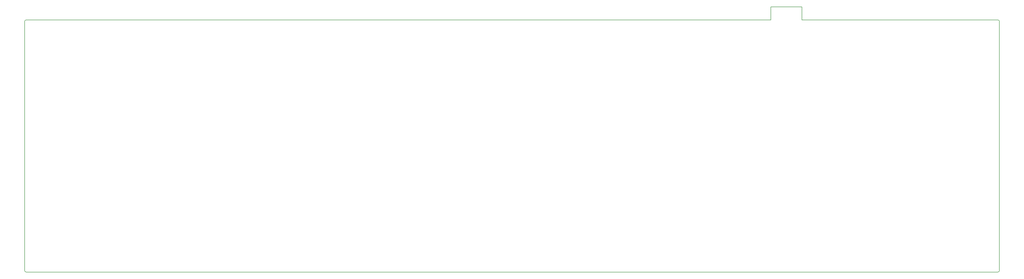
<source format=gbr>
%TF.GenerationSoftware,KiCad,Pcbnew,(5.1.6)-1*%
%TF.CreationDate,2020-09-01T10:18:49+02:00*%
%TF.ProjectId,C-60,432d3630-2e6b-4696-9361-645f70636258,rev?*%
%TF.SameCoordinates,Original*%
%TF.FileFunction,Profile,NP*%
%FSLAX46Y46*%
G04 Gerber Fmt 4.6, Leading zero omitted, Abs format (unit mm)*
G04 Created by KiCad (PCBNEW (5.1.6)-1) date 2020-09-01 10:18:49*
%MOMM*%
%LPD*%
G01*
G04 APERTURE LIST*
%TA.AperFunction,Profile*%
%ADD10C,0.200000*%
%TD*%
G04 APERTURE END LIST*
D10*
X-138417041Y45621472D02*
X-138417041Y50621472D01*
X-150217041Y45621472D02*
X-434110831Y45621472D01*
X-434710831Y45021522D02*
G75*
G02*
X-434110831Y45621472I600000J-50D01*
G01*
X-63085748Y-50148936D02*
G75*
G02*
X-63685748Y-50748936I-600000J0D01*
G01*
X-63085748Y-50148936D02*
X-63085748Y45021472D01*
X-138417041Y50621472D02*
X-150217041Y50621472D01*
X-434710831Y45021522D02*
X-434718711Y-50148889D01*
X-63685748Y45621472D02*
X-138417041Y45621472D01*
X-63685748Y45621472D02*
G75*
G02*
X-63085748Y45021472I0J-600000D01*
G01*
X-434116687Y-50748936D02*
X-63685748Y-50748936D01*
X-434116688Y-50748936D02*
G75*
G02*
X-434718711Y-50148889I-2023J599997D01*
G01*
X-150217041Y50621472D02*
X-150217041Y45621472D01*
M02*

</source>
